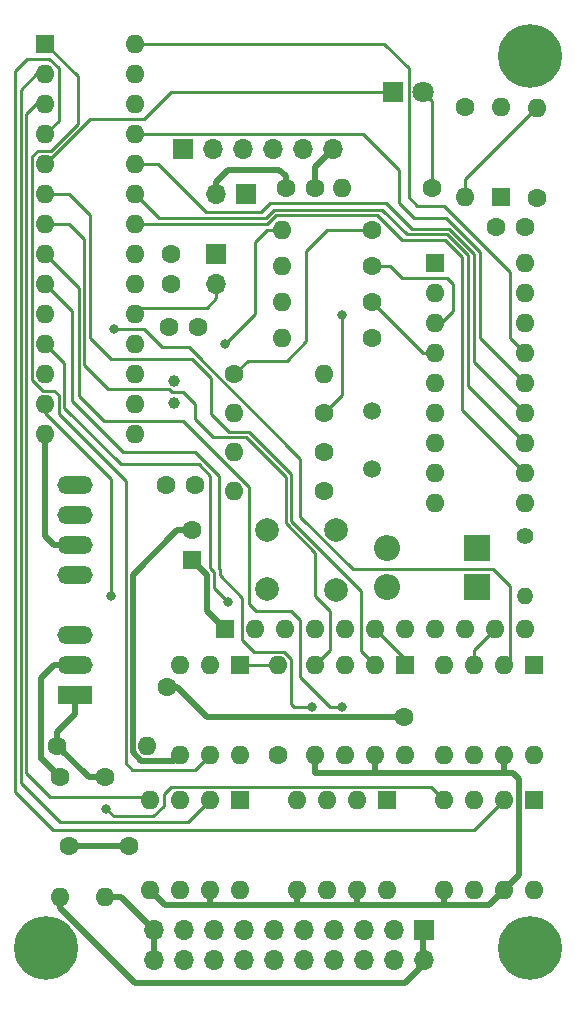
<source format=gbr>
G04 #@! TF.GenerationSoftware,KiCad,Pcbnew,8.0.1*
G04 #@! TF.CreationDate,2024-04-13T23:26:30-07:00*
G04 #@! TF.ProjectId,we755a_dtmf,77653735-3561-45f6-9474-6d662e6b6963,3*
G04 #@! TF.SameCoordinates,Original*
G04 #@! TF.FileFunction,Copper,L1,Top*
G04 #@! TF.FilePolarity,Positive*
%FSLAX46Y46*%
G04 Gerber Fmt 4.6, Leading zero omitted, Abs format (unit mm)*
G04 Created by KiCad (PCBNEW 8.0.1) date 2024-04-13 23:26:30*
%MOMM*%
%LPD*%
G01*
G04 APERTURE LIST*
G04 #@! TA.AperFunction,ComponentPad*
%ADD10R,1.600000X1.600000*%
G04 #@! TD*
G04 #@! TA.AperFunction,ComponentPad*
%ADD11O,1.600000X1.600000*%
G04 #@! TD*
G04 #@! TA.AperFunction,ComponentPad*
%ADD12C,1.600000*%
G04 #@! TD*
G04 #@! TA.AperFunction,ComponentPad*
%ADD13C,1.500000*%
G04 #@! TD*
G04 #@! TA.AperFunction,ComponentPad*
%ADD14R,3.000000X1.500000*%
G04 #@! TD*
G04 #@! TA.AperFunction,ComponentPad*
%ADD15O,3.000000X1.500000*%
G04 #@! TD*
G04 #@! TA.AperFunction,ComponentPad*
%ADD16R,1.800000X1.800000*%
G04 #@! TD*
G04 #@! TA.AperFunction,ComponentPad*
%ADD17C,1.800000*%
G04 #@! TD*
G04 #@! TA.AperFunction,ComponentPad*
%ADD18C,1.000000*%
G04 #@! TD*
G04 #@! TA.AperFunction,ComponentPad*
%ADD19C,2.000000*%
G04 #@! TD*
G04 #@! TA.AperFunction,ComponentPad*
%ADD20R,1.700000X1.700000*%
G04 #@! TD*
G04 #@! TA.AperFunction,ComponentPad*
%ADD21O,1.700000X1.700000*%
G04 #@! TD*
G04 #@! TA.AperFunction,ComponentPad*
%ADD22C,1.400000*%
G04 #@! TD*
G04 #@! TA.AperFunction,ComponentPad*
%ADD23O,1.400000X1.400000*%
G04 #@! TD*
G04 #@! TA.AperFunction,ComponentPad*
%ADD24R,2.200000X2.200000*%
G04 #@! TD*
G04 #@! TA.AperFunction,ComponentPad*
%ADD25O,2.200000X2.200000*%
G04 #@! TD*
G04 #@! TA.AperFunction,ComponentPad*
%ADD26C,5.400000*%
G04 #@! TD*
G04 #@! TA.AperFunction,ViaPad*
%ADD27C,0.800000*%
G04 #@! TD*
G04 #@! TA.AperFunction,ViaPad*
%ADD28C,1.600000*%
G04 #@! TD*
G04 #@! TA.AperFunction,Conductor*
%ADD29C,0.500000*%
G04 #@! TD*
G04 #@! TA.AperFunction,Conductor*
%ADD30C,0.250000*%
G04 #@! TD*
G04 APERTURE END LIST*
D10*
X138261000Y-109069000D03*
D11*
X135721000Y-109069000D03*
X133181000Y-109069000D03*
X133181000Y-116689000D03*
X135721000Y-116689000D03*
X138261000Y-116689000D03*
D12*
X163407000Y-69572000D03*
D11*
X163407000Y-61952000D03*
D12*
X157311000Y-61825000D03*
D11*
X157311000Y-69445000D03*
D10*
X160359000Y-69445000D03*
D11*
X160359000Y-61825000D03*
D12*
X141436000Y-116689000D03*
D11*
X141436000Y-109069000D03*
D12*
X126831000Y-118594000D03*
D11*
X126831000Y-128754000D03*
D13*
X149437000Y-87569000D03*
X149437000Y-92449000D03*
D14*
X124291000Y-111609000D03*
D15*
X124291000Y-109069000D03*
X124291000Y-106529000D03*
X124291000Y-101449000D03*
X124291000Y-98909000D03*
X124291000Y-96369000D03*
X124291000Y-93829000D03*
D10*
X150707000Y-120499000D03*
D11*
X148167000Y-120499000D03*
X145627000Y-120499000D03*
X143087000Y-120499000D03*
X143087000Y-128119000D03*
X145627000Y-128119000D03*
X148167000Y-128119000D03*
X150707000Y-128119000D03*
D12*
X149437000Y-75287000D03*
D11*
X141817000Y-75287000D03*
D16*
X151215000Y-60555000D03*
D17*
X153755000Y-60555000D03*
D12*
X149437000Y-81383000D03*
D11*
X141817000Y-81383000D03*
D12*
X145373000Y-94337000D03*
D11*
X137753000Y-94337000D03*
D12*
X142091000Y-68683000D03*
X144591000Y-68683000D03*
X123021000Y-118594000D03*
D11*
X123021000Y-128754000D03*
D18*
X132673000Y-85005000D03*
X132673000Y-86905000D03*
D19*
X146389000Y-97679000D03*
X146389000Y-102679000D03*
D10*
X152221000Y-109069000D03*
D11*
X149681000Y-109069000D03*
X147141000Y-109069000D03*
X144601000Y-109069000D03*
X144601000Y-116689000D03*
X147141000Y-116689000D03*
X149681000Y-116689000D03*
X152221000Y-116689000D03*
D12*
X149437000Y-72239000D03*
D11*
X141817000Y-72239000D03*
D20*
X138769000Y-69191000D03*
D21*
X136229000Y-69191000D03*
D10*
X138251000Y-120499000D03*
D11*
X135711000Y-120499000D03*
X133171000Y-120499000D03*
X130631000Y-120499000D03*
X130631000Y-128119000D03*
X133171000Y-128119000D03*
X135711000Y-128119000D03*
X138251000Y-128119000D03*
D12*
X132185000Y-80494000D03*
X134685000Y-80494000D03*
D10*
X163153000Y-109069000D03*
D11*
X160613000Y-109069000D03*
X158073000Y-109069000D03*
X155533000Y-109069000D03*
X155533000Y-116689000D03*
X158073000Y-116689000D03*
X160613000Y-116689000D03*
X163153000Y-116689000D03*
D12*
X149437000Y-78335000D03*
D11*
X141817000Y-78335000D03*
D20*
X133435000Y-65381000D03*
D21*
X135975000Y-65381000D03*
X138515000Y-65381000D03*
X141055000Y-65381000D03*
X143595000Y-65381000D03*
X146135000Y-65381000D03*
D12*
X154517000Y-68683000D03*
D11*
X146897000Y-68683000D03*
D12*
X145373000Y-87733000D03*
D11*
X137753000Y-87733000D03*
D10*
X134197000Y-100139000D03*
D12*
X134197000Y-97639000D03*
D22*
X162391000Y-98147000D03*
D23*
X162391000Y-103227000D03*
D12*
X145373000Y-91035000D03*
D11*
X137753000Y-91035000D03*
D12*
X122767000Y-115927000D03*
D11*
X130387000Y-115927000D03*
D12*
X159871000Y-71985000D03*
X162371000Y-71985000D03*
D10*
X163153000Y-120499000D03*
D11*
X160613000Y-120499000D03*
X158073000Y-120499000D03*
X155533000Y-120499000D03*
X155533000Y-128119000D03*
X158073000Y-128119000D03*
X160613000Y-128119000D03*
X163153000Y-128119000D03*
D24*
X158327000Y-99163000D03*
D25*
X150707000Y-99163000D03*
D20*
X153772000Y-131507000D03*
D21*
X153772000Y-134047000D03*
X151232000Y-131507000D03*
X151232000Y-134047000D03*
X148692000Y-131507000D03*
X148692000Y-134047000D03*
X146152000Y-131507000D03*
X146152000Y-134047000D03*
X143612000Y-131507000D03*
X143612000Y-134047000D03*
X141072000Y-131507000D03*
X141072000Y-134047000D03*
X138532000Y-131507000D03*
X138532000Y-134047000D03*
X135992000Y-131507000D03*
X135992000Y-134047000D03*
X133452000Y-131507000D03*
X133452000Y-134047000D03*
X130912000Y-131507000D03*
X130912000Y-134047000D03*
D26*
X121772000Y-133047000D03*
X162772000Y-133047000D03*
X162772000Y-57507000D03*
D19*
X140547000Y-97639000D03*
X140547000Y-102639000D03*
D10*
X154771000Y-75033000D03*
D11*
X154771000Y-77573000D03*
X154771000Y-80113000D03*
X154771000Y-82653000D03*
X154771000Y-85193000D03*
X154771000Y-87733000D03*
X154771000Y-90273000D03*
X154771000Y-92813000D03*
X154771000Y-95353000D03*
X162391000Y-95353000D03*
X162391000Y-92813000D03*
X162391000Y-90273000D03*
X162391000Y-87733000D03*
X162391000Y-85193000D03*
X162391000Y-82653000D03*
X162391000Y-80113000D03*
X162391000Y-77573000D03*
X162391000Y-75033000D03*
D10*
X136991000Y-106021000D03*
D11*
X139531000Y-106021000D03*
X142071000Y-106021000D03*
X144611000Y-106021000D03*
X147151000Y-106021000D03*
X149691000Y-106021000D03*
X152231000Y-106021000D03*
X154771000Y-106021000D03*
X157311000Y-106021000D03*
X159851000Y-106021000D03*
X162391000Y-106021000D03*
D12*
X137753000Y-84431000D03*
D11*
X145373000Y-84431000D03*
D12*
X132419000Y-76791000D03*
X132419000Y-74291000D03*
D10*
X121751000Y-56491000D03*
D11*
X121751000Y-59031000D03*
X121751000Y-61571000D03*
X121751000Y-64111000D03*
X121751000Y-66651000D03*
X121751000Y-69191000D03*
X121751000Y-71731000D03*
X121751000Y-74271000D03*
X121751000Y-76811000D03*
X121751000Y-79351000D03*
X121751000Y-81891000D03*
X121751000Y-84431000D03*
X121751000Y-86971000D03*
X121751000Y-89511000D03*
X129371000Y-89511000D03*
X129371000Y-86971000D03*
X129371000Y-84431000D03*
X129371000Y-81891000D03*
X129371000Y-79351000D03*
X129371000Y-76811000D03*
X129371000Y-74271000D03*
X129371000Y-71731000D03*
X129371000Y-69191000D03*
X129371000Y-66651000D03*
X129371000Y-64111000D03*
X129371000Y-61571000D03*
X129371000Y-59031000D03*
X129371000Y-56491000D03*
D20*
X136229000Y-74266000D03*
D21*
X136229000Y-76806000D03*
D12*
X134431000Y-93829000D03*
X131931000Y-93829000D03*
D24*
X158327000Y-102465000D03*
D25*
X150707000Y-102465000D03*
D27*
X136994600Y-81891000D03*
D28*
X123711801Y-124420284D03*
X128863000Y-124421200D03*
D27*
X146897000Y-79463200D03*
X126851856Y-121226313D03*
X127339000Y-103227000D03*
X137245000Y-103735000D03*
X127593000Y-80621000D03*
X144357000Y-112625000D03*
X146897000Y-112625000D03*
D28*
X132038000Y-110974000D03*
X152089200Y-113514000D03*
D29*
X132927000Y-97639000D02*
X134197000Y-97639000D01*
X132673000Y-117197000D02*
X129879000Y-117197000D01*
X144591000Y-66925000D02*
X146135000Y-65381000D01*
X133181000Y-116689000D02*
X132673000Y-117197000D01*
X129133800Y-116451800D02*
X129133800Y-101432200D01*
X144591000Y-68683000D02*
X144591000Y-66925000D01*
X129133800Y-101432200D02*
X132927000Y-97639000D01*
X129879000Y-117197000D02*
X129133800Y-116451800D01*
X121751000Y-98147000D02*
X121751000Y-89511000D01*
X137245000Y-67159000D02*
X136229000Y-68175000D01*
X136991000Y-106021000D02*
X135467000Y-104497000D01*
X141563000Y-67159000D02*
X137245000Y-67159000D01*
X142091000Y-67687000D02*
X141563000Y-67159000D01*
X136229000Y-68175000D02*
X136229000Y-69191000D01*
X135467000Y-101409000D02*
X134197000Y-100139000D01*
X142091000Y-68683000D02*
X142091000Y-67687000D01*
X122513000Y-98909000D02*
X121751000Y-98147000D01*
X124291000Y-98909000D02*
X122513000Y-98909000D01*
X135467000Y-104497000D02*
X135467000Y-101409000D01*
D30*
X129879000Y-78843000D02*
X135394081Y-78843000D01*
X136229000Y-78008081D02*
X136229000Y-76806000D01*
X129371000Y-79351000D02*
X129879000Y-78843000D01*
X135394081Y-78843000D02*
X136229000Y-78008081D01*
X161121000Y-75795000D02*
X161121000Y-81383000D01*
X161121000Y-81383000D02*
X162391000Y-82653000D01*
X155533000Y-70207000D02*
X161121000Y-75795000D01*
X152526800Y-58564800D02*
X152526800Y-69486800D01*
X152526800Y-69486800D02*
X153247000Y-70207000D01*
X150453000Y-56491000D02*
X152526800Y-58564800D01*
X129371000Y-56491000D02*
X150453000Y-56491000D01*
X153247000Y-70207000D02*
X155533000Y-70207000D01*
X151940558Y-73055800D02*
X149853758Y-70969000D01*
X162391000Y-92813000D02*
X157057000Y-87479000D01*
X157057000Y-87479000D02*
X157057000Y-74525000D01*
X157057000Y-74525000D02*
X155587800Y-73055800D01*
X149853758Y-70969000D02*
X141309000Y-70969000D01*
X141309000Y-70969000D02*
X140547000Y-71731000D01*
X155587800Y-73055800D02*
X151940558Y-73055800D01*
X140547000Y-71731000D02*
X129371000Y-71731000D01*
X155775522Y-72602600D02*
X157565000Y-74392078D01*
X150274640Y-70515800D02*
X152361440Y-72602600D01*
X140414078Y-71223000D02*
X141121278Y-70515800D01*
X157565000Y-85447000D02*
X162391000Y-90273000D01*
X131403000Y-71223000D02*
X140414078Y-71223000D01*
X129371000Y-69191000D02*
X131403000Y-71223000D01*
X157565000Y-74392078D02*
X157565000Y-85447000D01*
X152361440Y-72602600D02*
X155775522Y-72602600D01*
X141121278Y-70515800D02*
X150274640Y-70515800D01*
X140039000Y-70715000D02*
X140801000Y-69953000D01*
X152776400Y-72149400D02*
X155963244Y-72149400D01*
X155963244Y-72149400D02*
X158073000Y-74259156D01*
X135340000Y-70715000D02*
X140039000Y-70715000D01*
X140801000Y-69953000D02*
X150580000Y-69953000D01*
X158073000Y-83415000D02*
X162391000Y-87733000D01*
X150580000Y-69953000D02*
X152776400Y-72149400D01*
X129371000Y-66651000D02*
X131276000Y-66651000D01*
X131276000Y-66651000D02*
X135340000Y-70715000D01*
X158073000Y-74259156D02*
X158073000Y-83415000D01*
X148675000Y-64111000D02*
X129371000Y-64111000D01*
X155677766Y-71223000D02*
X152993000Y-71223000D01*
X158581000Y-74126234D02*
X155677766Y-71223000D01*
X158581000Y-81383000D02*
X158581000Y-74126234D01*
X151723000Y-67159000D02*
X148675000Y-64111000D01*
X151723000Y-69953000D02*
X151723000Y-67159000D01*
X162391000Y-85193000D02*
X158581000Y-81383000D01*
X152993000Y-71223000D02*
X151723000Y-69953000D01*
X154517000Y-61317000D02*
X153755000Y-60555000D01*
X154517000Y-68683000D02*
X154517000Y-61317000D01*
X139531000Y-73255000D02*
X140547000Y-72239000D01*
X136994600Y-81891000D02*
X139531000Y-79354600D01*
X139531000Y-79354600D02*
X139531000Y-73255000D01*
X140547000Y-72239000D02*
X141817000Y-72239000D01*
D29*
X126831000Y-118594000D02*
X125434000Y-118594000D01*
X122767000Y-115927000D02*
X122767000Y-114784000D01*
X122767000Y-114784000D02*
X124291000Y-113260000D01*
X124291000Y-113260000D02*
X124291000Y-111609000D01*
X125434000Y-118594000D02*
X122767000Y-115927000D01*
X128159000Y-128754000D02*
X130912000Y-131507000D01*
X130912000Y-134047000D02*
X130912000Y-131507000D01*
X126831000Y-128754000D02*
X128159000Y-128754000D01*
X121370000Y-110212000D02*
X121370000Y-117006500D01*
X128863000Y-124421200D02*
X123712717Y-124421200D01*
X121370000Y-117006500D02*
X121433500Y-117006500D01*
X122513000Y-109069000D02*
X121370000Y-110212000D01*
X124291000Y-109069000D02*
X122513000Y-109069000D01*
X121433500Y-117006500D02*
X123021000Y-118594000D01*
X123712717Y-124421200D02*
X123711801Y-124420284D01*
X129371000Y-135993000D02*
X152231000Y-135993000D01*
X123021000Y-128754000D02*
X123021000Y-129643000D01*
X153755000Y-134469000D02*
X153755000Y-131929000D01*
X152231000Y-135993000D02*
X153755000Y-134469000D01*
X123021000Y-129643000D02*
X129371000Y-135993000D01*
D30*
X163407000Y-61952000D02*
X163280000Y-61952000D01*
X157311000Y-67921000D02*
X157311000Y-69445000D01*
X163280000Y-61952000D02*
X157311000Y-67921000D01*
X143849000Y-81637000D02*
X143849000Y-74017000D01*
X145627000Y-72239000D02*
X149437000Y-72239000D01*
X143849000Y-74017000D02*
X145627000Y-72239000D01*
X137753000Y-84431000D02*
X138881200Y-83302800D01*
X142183200Y-83302800D02*
X143849000Y-81637000D01*
X138881200Y-83302800D02*
X142183200Y-83302800D01*
X153755000Y-82653000D02*
X154771000Y-82653000D01*
X149437000Y-78335000D02*
X153755000Y-82653000D01*
X146897000Y-79463200D02*
X146897000Y-86209000D01*
X146897000Y-86209000D02*
X145373000Y-87733000D01*
X155279000Y-80113000D02*
X156295000Y-79097000D01*
X156295000Y-76811000D02*
X155787000Y-76303000D01*
X155787000Y-76303000D02*
X151977000Y-76303000D01*
X154771000Y-80113000D02*
X155279000Y-80113000D01*
X151977000Y-76303000D02*
X150961000Y-75287000D01*
X156295000Y-79097000D02*
X156295000Y-76811000D01*
X150961000Y-75287000D02*
X149437000Y-75287000D01*
X152221000Y-108551000D02*
X152221000Y-109069000D01*
X149691000Y-106021000D02*
X152221000Y-108551000D01*
X158073000Y-107799000D02*
X159851000Y-106021000D01*
X158073000Y-109069000D02*
X158073000Y-107799000D01*
X131759200Y-120031684D02*
X132420084Y-119370800D01*
X127339000Y-93321000D02*
X127339000Y-103227000D01*
X130829516Y-121896000D02*
X131759200Y-120966316D01*
X121751000Y-87733000D02*
X127339000Y-93321000D01*
X121751000Y-86971000D02*
X121751000Y-87733000D01*
X126851856Y-121226313D02*
X127521543Y-121896000D01*
X127521543Y-121896000D02*
X130829516Y-121896000D01*
X131759200Y-120966316D02*
X131759200Y-120031684D01*
X154404800Y-119370800D02*
X155533000Y-120499000D01*
X132420084Y-119370800D02*
X154404800Y-119370800D01*
X128115800Y-92065800D02*
X123332400Y-87282400D01*
X135721000Y-100845302D02*
X135721000Y-93067000D01*
X137245000Y-103735000D02*
X136045200Y-102535200D01*
X136045200Y-102535200D02*
X136045200Y-101169502D01*
X136045200Y-101169502D02*
X135721000Y-100845302D01*
X134719800Y-92065800D02*
X128115800Y-92065800D01*
X135721000Y-93067000D02*
X134719800Y-92065800D01*
X123332400Y-83472400D02*
X121751000Y-81891000D01*
X123332400Y-87282400D02*
X123332400Y-83472400D01*
X159659400Y-100941000D02*
X161121000Y-102402600D01*
X147772641Y-100941000D02*
X159659400Y-100941000D01*
X161121000Y-102402600D02*
X161121000Y-108561000D01*
X143341000Y-96509359D02*
X147772641Y-100941000D01*
X143341000Y-91614516D02*
X143341000Y-96509359D01*
X133871484Y-82145000D02*
X143341000Y-91614516D01*
X131657000Y-82145000D02*
X133871484Y-82145000D01*
X161121000Y-108561000D02*
X160613000Y-109069000D01*
X127593000Y-80621000D02*
X130133000Y-80621000D01*
X130133000Y-80621000D02*
X131657000Y-82145000D01*
X142579000Y-112371000D02*
X142579000Y-108561000D01*
X139389200Y-107940800D02*
X138402800Y-106954400D01*
X128355000Y-91035000D02*
X124037000Y-86717000D01*
X141958800Y-107940800D02*
X139389200Y-107940800D01*
X136498400Y-101464400D02*
X136498400Y-100981780D01*
X136483000Y-93067000D02*
X134451000Y-91035000D01*
X136498400Y-100981780D02*
X136483000Y-100966380D01*
X138402800Y-103368800D02*
X136498400Y-101464400D01*
X136483000Y-100966380D02*
X136483000Y-93067000D01*
X142579000Y-108561000D02*
X141958800Y-107940800D01*
X144357000Y-112625000D02*
X142833000Y-112625000D01*
X134451000Y-91035000D02*
X128355000Y-91035000D01*
X124037000Y-86717000D02*
X124037000Y-79097000D01*
X124037000Y-79097000D02*
X121751000Y-76811000D01*
X142833000Y-112625000D02*
X142579000Y-112371000D01*
X138402800Y-106954400D02*
X138402800Y-103368800D01*
X124599800Y-77119800D02*
X121751000Y-74271000D01*
X124599800Y-86263800D02*
X124599800Y-77119800D01*
X139602516Y-104497000D02*
X139023000Y-103917484D01*
X139023000Y-94011484D02*
X133394316Y-88382800D01*
X143341000Y-105259000D02*
X142579000Y-104497000D01*
X146897000Y-112625000D02*
X145840242Y-112625000D01*
X145840242Y-112625000D02*
X143341000Y-110125758D01*
X142579000Y-104497000D02*
X139602516Y-104497000D01*
X126718800Y-88382800D02*
X124599800Y-86263800D01*
X139023000Y-103917484D02*
X139023000Y-94011484D01*
X143341000Y-110125758D02*
X143341000Y-105259000D01*
X133394316Y-88382800D02*
X126718800Y-88382800D01*
X132197748Y-85701000D02*
X132451748Y-85955000D01*
X121751000Y-71731000D02*
X123783000Y-71731000D01*
X125053000Y-83669000D02*
X127085000Y-85701000D01*
X135975000Y-89765000D02*
X138769000Y-89765000D01*
X127085000Y-85701000D02*
X132197748Y-85701000D01*
X138769000Y-89765000D02*
X142125800Y-93121800D01*
X144611000Y-103227000D02*
X145881000Y-104497000D01*
X123783000Y-71731000D02*
X125053000Y-73001000D01*
X144611000Y-99549922D02*
X144611000Y-103227000D01*
X134451000Y-86981400D02*
X134451000Y-88241000D01*
X145881000Y-104497000D02*
X145881000Y-107789000D01*
X145881000Y-107789000D02*
X144601000Y-109069000D01*
X132451748Y-85955000D02*
X133424600Y-85955000D01*
X134451000Y-88241000D02*
X135975000Y-89765000D01*
X142125800Y-97064722D02*
X144611000Y-99549922D01*
X125053000Y-73001000D02*
X125053000Y-83669000D01*
X142125800Y-93121800D02*
X142125800Y-97064722D01*
X133424600Y-85955000D02*
X134451000Y-86981400D01*
X125561000Y-81383000D02*
X127339000Y-83161000D01*
X138956722Y-89311800D02*
X142579000Y-92934078D01*
X121751000Y-69191000D02*
X123783000Y-69191000D01*
X127339000Y-83161000D02*
X134197000Y-83161000D01*
X134197000Y-83161000D02*
X135813200Y-84777200D01*
X135813200Y-87825200D02*
X137299800Y-89311800D01*
X142579000Y-92934078D02*
X142579000Y-96877000D01*
X148479200Y-102777200D02*
X148479200Y-107867200D01*
X135813200Y-84777200D02*
X135813200Y-87825200D01*
X142579000Y-96877000D02*
X148479200Y-102777200D01*
X125561000Y-70969000D02*
X125561000Y-81383000D01*
X148479200Y-107867200D02*
X149681000Y-109069000D01*
X123783000Y-69191000D02*
X125561000Y-70969000D01*
X137299800Y-89311800D02*
X138956722Y-89311800D01*
X132419000Y-60555000D02*
X130133000Y-62841000D01*
X151215000Y-60555000D02*
X132419000Y-60555000D01*
X125561000Y-62841000D02*
X121751000Y-66651000D01*
X130133000Y-62841000D02*
X125561000Y-62841000D01*
X122076516Y-57761000D02*
X122879200Y-58563684D01*
X122386000Y-123039000D02*
X119193600Y-119846600D01*
X119193600Y-119846600D02*
X119193600Y-58794400D01*
X122879200Y-58563684D02*
X122879200Y-62982800D01*
X119193600Y-58794400D02*
X120227000Y-57761000D01*
X122879200Y-62982800D02*
X121751000Y-64111000D01*
X160613000Y-120499000D02*
X158073000Y-123039000D01*
X120227000Y-57761000D02*
X122076516Y-57761000D01*
X158073000Y-123039000D02*
X122386000Y-123039000D01*
X120100000Y-118213000D02*
X120100000Y-62460000D01*
X122132000Y-120245000D02*
X120100000Y-118213000D01*
X120100000Y-62460000D02*
X120989000Y-61571000D01*
X130631000Y-120499000D02*
X130377000Y-120245000D01*
X130377000Y-120245000D02*
X122132000Y-120245000D01*
X120989000Y-61571000D02*
X121751000Y-61571000D01*
X135711000Y-120499000D02*
X133806000Y-122404000D01*
X133806000Y-122404000D02*
X123021000Y-122404000D01*
X120989000Y-59031000D02*
X121751000Y-59031000D01*
X119646800Y-119029800D02*
X119646800Y-60373200D01*
X119646800Y-60373200D02*
X120989000Y-59031000D01*
X123021000Y-122404000D02*
X119646800Y-119029800D01*
X121567284Y-85842800D02*
X122513000Y-85842800D01*
X122879200Y-86209000D02*
X122879200Y-87845200D01*
X122513000Y-85842800D02*
X122879200Y-86209000D01*
X124478539Y-63262577D02*
X122218316Y-65522800D01*
X122218316Y-65522800D02*
X121101200Y-65522800D01*
X134451000Y-117959000D02*
X135721000Y-116689000D01*
X128555600Y-93521600D02*
X128555600Y-117397600D01*
X120622800Y-84898316D02*
X121567284Y-85842800D01*
X124478539Y-59218539D02*
X124478539Y-63262577D01*
X120622800Y-66001200D02*
X120622800Y-84898316D01*
X128555600Y-117397600D02*
X129117000Y-117959000D01*
X129117000Y-117959000D02*
X134451000Y-117959000D01*
X122879200Y-87845200D02*
X128555600Y-93521600D01*
X121751000Y-56491000D02*
X124478539Y-59218539D01*
X121101200Y-65522800D02*
X120622800Y-66001200D01*
D29*
X132038000Y-110974000D02*
X132927000Y-110974000D01*
X132927000Y-110974000D02*
X135467000Y-113514000D01*
X135467000Y-113514000D02*
X152089200Y-113514000D01*
X149681000Y-116689000D02*
X149691000Y-116699000D01*
X143087000Y-128119000D02*
X143087000Y-129389000D01*
X155533000Y-129389000D02*
X156041000Y-129389000D01*
X135721000Y-129389000D02*
X143341000Y-129389000D01*
X161375000Y-118213000D02*
X144601000Y-118213000D01*
X144601000Y-118213000D02*
X144601000Y-116689000D01*
X130631000Y-128119000D02*
X131901000Y-129389000D01*
X148167000Y-128119000D02*
X148167000Y-129389000D01*
X131901000Y-129389000D02*
X135721000Y-129389000D01*
X160613000Y-118213000D02*
X161375000Y-118213000D01*
X161883000Y-118721000D02*
X161883000Y-126849000D01*
X161375000Y-118213000D02*
X161883000Y-118721000D01*
X143341000Y-129389000D02*
X148421000Y-129389000D01*
X148421000Y-129389000D02*
X156041000Y-129389000D01*
X149691000Y-116699000D02*
X149691000Y-118213000D01*
X155533000Y-128119000D02*
X155533000Y-129389000D01*
X161883000Y-126849000D02*
X159343000Y-129389000D01*
X159343000Y-129389000D02*
X156041000Y-129389000D01*
X135711000Y-129379000D02*
X135721000Y-129389000D01*
X148167000Y-129389000D02*
X148421000Y-129389000D01*
X135711000Y-128119000D02*
X135711000Y-129379000D01*
X143087000Y-129389000D02*
X143341000Y-129389000D01*
X160613000Y-116689000D02*
X160613000Y-118213000D01*
D30*
X141436000Y-109069000D02*
X138261000Y-109069000D01*
M02*

</source>
